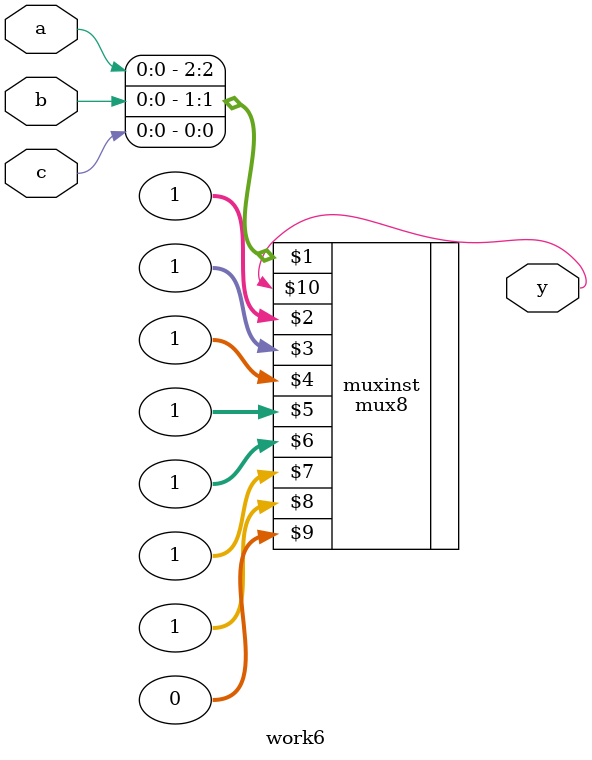
<source format=sv>
module work6(	input	logic	a,b,c,
		output	logic	y);
	mux8 muxinst({a,b,c},1,1,1,1,1,1,1,0,y);
endmodule

</source>
